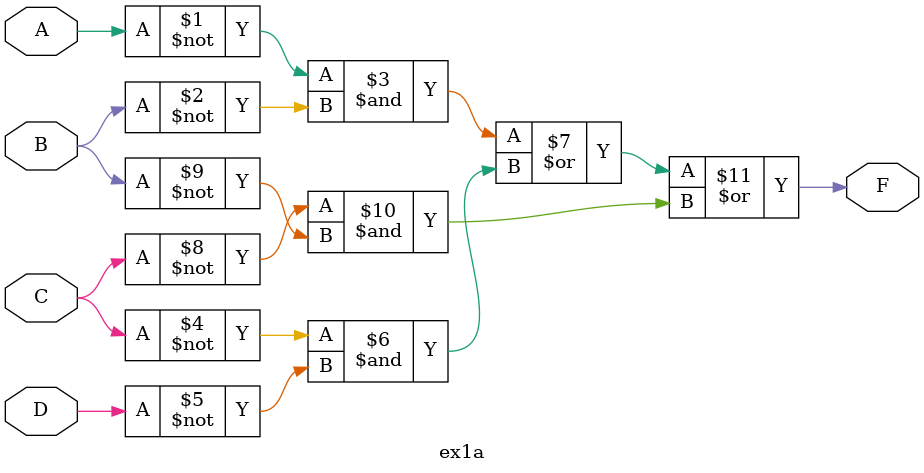
<source format=v>
module ex1a(A,B,C,D,F);
   input A,B,C,D;
   output F;
   assign F=(~A & ~B)|(~C & ~D)|(~C & ~B);
endmodule

</source>
